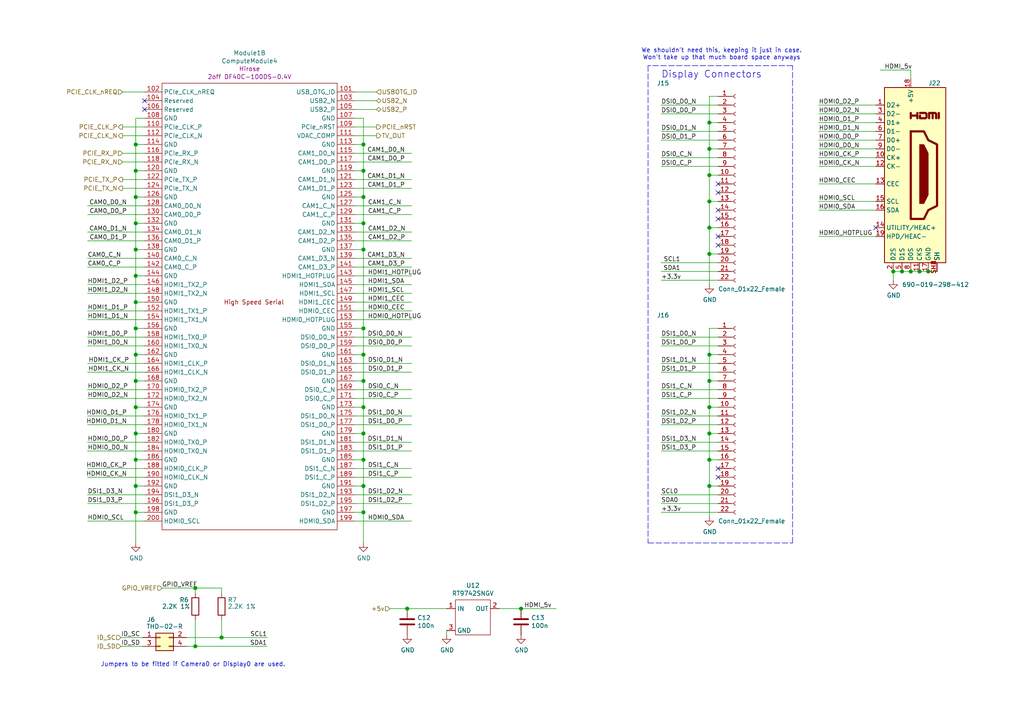
<source format=kicad_sch>
(kicad_sch (version 20231120) (generator "eeschema") (generator_version "8.0")
  (paper "A4")
  (title_block (title "Compute Module 4 IO Board - CM4 - Highspeed") (rev "1") (company "© 2020-2022 Raspberry Pi Ltd (formerly Raspberry Pi (Trading) Ltd.)") (comment 1 "www.raspberrypi.com"))
  (lib_symbols
    (symbol "CM4IO:ComputeModule4-CM4"
      (property "Reference" "Module" (at 113.03 -68.58 0))
      (property "Value" "ComputeModule4-CM4" (at 140.97 2.54 0))
      (property "Field4" "Hirose" (at 0 0 0))
      (property "Field5" "2x DF40C-100DS-0.4V" (at 0 -2.54 0))
      (symbol "ComputeModule4-CM4_1_0"
        (text "GPIO" (at 0 6.35 0) (effects (font (size 1.27 1.27))))
      )
      (symbol "ComputeModule4-CM4_1_1"
        (text "600mA Max" (at -8.89 -53.34 0) (effects (font (size 1.27 1.27))))
        (text "600mA Max" (at -8.89 -48.26 0) (effects (font (size 1.27 1.27))))
        (text "NB SD signals are only available" (at -1.27 -27.94 0) (effects (font (size 1.27 1.27))))
        (text "on modules without eMMC" (at -1.27 -30.48 0) (effects (font (size 1.27 1.27))))
        (pin power_in line (at 27.94 55.88 180) (length 2.54) (name "GND") (number "1"))
        (pin passive line (at -33.02 45.72 0) (length 2.54) (name "Ethernet_Pair0_N") (number "10"))
        (pin output line (at -33.02 -68.58 0) (length 2.54) (name "nEXTRST") (number "100"))
        (pin passive line (at 27.94 43.18 180) (length 2.54) (name "Ethernet_Pair2_P") (number "11"))
        (pin passive line (at -33.02 43.18 0) (length 2.54) (name "Ethernet_Pair0_P") (number "12"))
        (pin power_in line (at 27.94 40.64 180) (length 2.54) (name "GND") (number "13"))
        (pin power_in line (at -33.02 40.64 0) (length 2.54) (name "GND") (number "14"))
        (pin output line (at 27.94 38.1 180) (length 2.54) (name "Ethernet_nLED3(3.3v)") (number "15"))
        (pin input line (at -33.02 38.1 0) (length 2.54) (name "Ethernet_SYNC_IN(1.8v)") (number "16"))
        (pin output line (at 27.94 35.56 180) (length 2.54) (name "Ethernet_nLED2(3.3v)") (number "17"))
        (pin input line (at -33.02 35.56 0) (length 2.54) (name "Ethernet_SYNC_OUT(1.8v)") (number "18"))
        (pin output line (at 27.94 33.02 180) (length 2.54) (name "Ethernet_nLED1(3.3v)") (number "19"))
        (pin power_in line (at -33.02 55.88 0) (length 2.54) (name "GND") (number "2"))
        (pin passive line (at -33.02 33.02 0) (length 2.54) (name "EEPROM_nWP") (number "20"))
        (pin open_collector line (at 27.94 30.48 180) (length 2.54) (name "PI_nLED_Activity") (number "21"))
        (pin power_in line (at -33.02 30.48 0) (length 2.54) (name "GND") (number "22"))
        (pin power_in line (at 27.94 27.94 180) (length 2.54) (name "GND") (number "23"))
        (pin passive line (at -33.02 27.94 0) (length 2.54) (name "GPIO26") (number "24"))
        (pin passive line (at 27.94 25.4 180) (length 2.54) (name "GPIO21") (number "25"))
        (pin passive line (at -33.02 25.4 0) (length 2.54) (name "GPIO19") (number "26"))
        (pin passive line (at 27.94 22.86 180) (length 2.54) (name "GPIO20") (number "27"))
        (pin passive line (at -33.02 22.86 0) (length 2.54) (name "GPIO13") (number "28"))
        (pin passive line (at 27.94 20.32 180) (length 2.54) (name "GPIO16") (number "29"))
        (pin passive line (at 27.94 53.34 180) (length 2.54) (name "Ethernet_Pair3_P") (number "3"))
        (pin passive line (at -33.02 20.32 0) (length 2.54) (name "GPIO6") (number "30"))
        (pin passive line (at 27.94 17.78 180) (length 2.54) (name "GPIO12") (number "31"))
        (pin power_in line (at -33.02 17.78 0) (length 2.54) (name "GND") (number "32"))
        (pin power_in line (at 27.94 15.24 180) (length 2.54) (name "GND") (number "33"))
        (pin passive line (at -33.02 15.24 0) (length 2.54) (name "GPIO5") (number "34"))
        (pin passive line (at 27.94 12.7 180) (length 2.54) (name "ID_SC") (number "35"))
        (pin passive line (at -33.02 12.7 0) (length 2.54) (name "ID_SD") (number "36"))
        (pin passive line (at 27.94 10.16 180) (length 2.54) (name "GPIO7") (number "37"))
        (pin passive line (at -33.02 10.16 0) (length 2.54) (name "GPIO11") (number "38"))
        (pin passive line (at 27.94 7.62 180) (length 2.54) (name "GPIO8") (number "39"))
        (pin passive line (at -33.02 53.34 0) (length 2.54) (name "Ethernet_Pair1_P") (number "4"))
        (pin passive line (at -33.02 7.62 0) (length 2.54) (name "GPIO9") (number "40"))
        (pin passive line (at 27.94 5.08 180) (length 2.54) (name "GPIO25") (number "41"))
        (pin power_in line (at -33.02 5.08 0) (length 2.54) (name "GND") (number "42"))
        (pin power_in line (at 27.94 2.54 180) (length 2.54) (name "GND") (number "43"))
        (pin passive line (at -33.02 2.54 0) (length 2.54) (name "GPIO10") (number "44"))
        (pin passive line (at 27.94 0 180) (length 2.54) (name "GPIO24") (number "45"))
        (pin passive line (at -33.02 0 0) (length 2.54) (name "GPIO22") (number "46"))
        (pin passive line (at 27.94 -2.54 180) (length 2.54) (name "GPIO23") (number "47"))
        (pin passive line (at -33.02 -2.54 0) (length 2.54) (name "GPIO27") (number "48"))
        (pin passive line (at 27.94 -5.08 180) (length 2.54) (name "GPIO18") (number "49"))
        (pin passive line (at 27.94 50.8 180) (length 2.54) (name "Ethernet_Pair3_N") (number "5"))
        (pin passive line (at -33.02 -5.08 0) (length 2.54) (name "GPIO17") (number "50"))
        (pin passive line (at 27.94 -7.62 180) (length 2.54) (name "GPIO15") (number "51"))
        (pin power_in line (at -33.02 -7.62 0) (length 2.54) (name "GND") (number "52"))
        (pin power_in line (at 27.94 -10.16 180) (length 2.54) (name "GND") (number "53"))
        (pin passive line (at -33.02 -10.16 0) (length 2.54) (name "GPIO4") (number "54"))
        (pin passive line (at 27.94 -12.7 180) (length 2.54) (name "GPIO14") (number "55"))
        (pin passive line (at -33.02 -12.7 0) (length 2.54) (name "GPIO3") (number "56"))
        (pin passive line (at 27.94 -15.24 180) (length 2.54) (name "SD_CLK") (number "57"))
        (pin passive line (at -33.02 -15.24 0) (length 2.54) (name "GPIO2") (number "58"))
        (pin power_in line (at 27.94 -17.78 180) (length 2.54) (name "GND") (number "59"))
        (pin passive line (at -33.02 50.8 0) (length 2.54) (name "Ethernet_Pair1_N") (number "6"))
        (pin power_in line (at -33.02 -17.78 0) (length 2.54) (name "GND") (number "60"))
        (pin passive line (at 27.94 -20.32 180) (length 2.54) (name "SD_DAT3") (number "61"))
        (pin passive line (at -33.02 -20.32 0) (length 2.54) (name "SD_CMD") (number "62"))
        (pin passive line (at 27.94 -22.86 180) (length 2.54) (name "SD_DAT0") (number "63"))
        (pin passive line (at -33.02 -22.86 0) (length 2.54) (name "SD_DAT5") (number "64"))
        (pin power_in line (at 27.94 -25.4 180) (length 2.54) (name "GND") (number "65"))
        (pin power_in line (at -33.02 -25.4 0) (length 2.54) (name "GND") (number "66"))
        (pin passive line (at 27.94 -27.94 180) (length 2.54) (name "SD_DAT1") (number "67"))
        (pin passive line (at -33.02 -27.94 0) (length 2.54) (name "SD_DAT4") (number "68"))
        (pin passive line (at 27.94 -30.48 180) (length 2.54) (name "SD_DAT2") (number "69"))
        (pin power_in line (at 27.94 48.26 180) (length 2.54) (name "GND") (number "7"))
        (pin passive line (at -33.02 -30.48 0) (length 2.54) (name "SD_DAT7") (number "70"))
        (pin power_in line (at 27.94 -33.02 180) (length 2.54) (name "GND") (number "71"))
        (pin passive line (at -33.02 -33.02 0) (length 2.54) (name "SD_DAT6") (number "72"))
        (pin input line (at 27.94 -35.56 180) (length 2.54) (name "SD_VDD_Override") (number "73"))
        (pin power_in line (at -33.02 -35.56 0) (length 2.54) (name "GND") (number "74"))
        (pin output line (at 27.94 -38.1 180) (length 2.54) (name "SD_PWR_ON") (number "75"))
        (pin passive line (at -33.02 -38.1 0) (length 2.54) (name "Reserved") (number "76"))
        (pin power_in line (at 27.94 -40.64 180) (length 2.54) (name "+5v_(Input)") (number "77"))
        (pin power_in line (at -33.02 -40.64 0) (length 2.54) (name "GPIO_VREF(1.8v/3.3v_Input)") (number "78"))
        (pin power_in line (at 27.94 -43.18 180) (length 2.54) (name "+5v_(Input)") (number "79"))
        (pin power_in line (at -33.02 48.26 0) (length 2.54) (name "GND") (number "8"))
        (pin passive line (at -33.02 -43.18 0) (length 2.54) (name "SCL0") (number "80"))
        (pin power_in line (at 27.94 -45.72 180) (length 2.54) (name "+5v_(Input)") (number "81"))
        (pin passive line (at -33.02 -45.72 0) (length 2.54) (name "SDA0") (number "82"))
        (pin power_in line (at 27.94 -48.26 180) (length 2.54) (name "+5v_(Input)") (number "83"))
        (pin power_out line (at -33.02 -48.26 0) (length 2.54) (name "+3.3v_(Output)") (number "84"))
        (pin power_in line (at 27.94 -50.8 180) (length 2.54) (name "+5v_(Input)") (number "85"))
        (pin power_out line (at -33.02 -50.8 0) (length 2.54) (name "+3.3v_(Output)") (number "86"))
        (pin power_in line (at 27.94 -53.34 180) (length 2.54) (name "+5v_(Input)") (number "87"))
        (pin power_out line (at -33.02 -53.34 0) (length 2.54) (name "+1.8v_(Output)") (number "88"))
        (pin power_in line (at 27.94 -55.88 180) (length 2.54) (name "WiFi_nDisable") (number "89"))
        (pin passive line (at 27.94 45.72 180) (length 2.54) (name "Ethernet_Pair2_N") (number "9"))
        (pin power_out line (at -33.02 -55.88 0) (length 2.54) (name "+1.8v_(Output)") (number "90"))
        (pin power_in line (at 27.94 -58.42 180) (length 2.54) (name "BT_nDisable") (number "91"))
        (pin passive line (at -33.02 -58.42 0) (length 2.54) (name "RUN_PG") (number "92"))
        (pin input line (at 27.94 -60.96 180) (length 2.54) (name "nRPIBOOT") (number "93"))
        (pin passive line (at -33.02 -60.96 0) (length 2.54) (name "AnalogIP0") (number "94"))
        (pin output line (at 27.94 -63.5 180) (length 2.54) (name "nPI_LED_PWR") (number "95"))
        (pin passive line (at -33.02 -63.5 0) (length 2.54) (name "AnalogIP1") (number "96"))
        (pin passive line (at 27.94 -66.04 180) (length 2.54) (name "Camera_GPIO") (number "97"))
        (pin power_in line (at -33.02 -66.04 0) (length 2.54) (name "GND") (number "98"))
        (pin input line (at 27.94 -68.58 180) (length 2.54) (name "Global_EN") (number "99"))
      )
      (symbol "ComputeModule4-CM4_2_1"
        (text "High Speed Serial" (at 140.97 0 0) (effects (font (size 1.27 1.27))))
        (pin input line (at 170.18 60.96 180) (length 5.08) (name "USB_OTG_ID") (number "101"))
        (pin input line (at 109.22 60.96 0) (length 5.08) (name "PCIe_CLK_nREQ") (number "102"))
        (pin passive line (at 170.18 58.42 180) (length 5.08) (name "USB2_N") (number "103"))
        (pin passive line (at 109.22 58.42 0) (length 5.08) (name "Reserved") (number "104"))
        (pin passive line (at 170.18 55.88 180) (length 5.08) (name "USB2_P") (number "105"))
        (pin passive line (at 109.22 55.88 0) (length 5.08) (name "Reserved") (number "106"))
        (pin power_in line (at 170.18 53.34 180) (length 5.08) (name "GND") (number "107"))
        (pin power_in line (at 109.22 53.34 0) (length 5.08) (name "GND") (number "108"))
        (pin bidirectional line (at 170.18 50.8 180) (length 5.08) (name "PCIe_nRST") (number "109"))
        (pin output line (at 109.22 50.8 0) (length 5.08) (name "PCIe_CLK_P") (number "110"))
        (pin passive line (at 170.18 48.26 180) (length 5.08) (name "VDAC_COMP") (number "111"))
        (pin output line (at 109.22 48.26 0) (length 5.08) (name "PCIe_CLK_N") (number "112"))
        (pin power_in line (at 170.18 45.72 180) (length 5.08) (name "GND") (number "113"))
        (pin power_in line (at 109.22 45.72 0) (length 5.08) (name "GND") (number "114"))
        (pin input line (at 170.18 43.18 180) (length 5.08) (name "CAM1_D0_N") (number "115"))
        (pin input line (at 109.22 43.18 0) (length 5.08) (name "PCIe_RX_P") (number "116"))
        (pin input line (at 170.18 40.64 180) (length 5.08) (name "CAM1_D0_P") (number "117"))
        (pin input line (at 109.22 40.64 0) (length 5.08) (name "PCIe_RX_N") (number "118"))
        (pin power_in line (at 170.18 38.1 180) (length 5.08) (name "GND") (number "119"))
        (pin power_in line (at 109.22 38.1 0) (length 5.08) (name "GND") (number "120"))
        (pin input line (at 170.18 35.56 180) (length 5.08) (name "CAM1_D1_N") (number "121"))
        (pin output line (at 109.22 35.56 0) (length 5.08) (name "PCIe_TX_P") (number "122"))
        (pin input line (at 170.18 33.02 180) (length 5.08) (name "CAM1_D1_P") (number "123"))
        (pin output line (at 109.22 33.02 0) (length 5.08) (name "PCIe_TX_N") (number "124"))
        (pin power_in line (at 170.18 30.48 180) (length 5.08) (name "GND") (number "125"))
        (pin power_in line (at 109.22 30.48 0) (length 5.08) (name "GND") (number "126"))
        (pin input line (at 170.18 27.94 180) (length 5.08) (name "CAM1_C_N") (number "127"))
        (pin input line (at 109.22 27.94 0) (length 5.08) (name "CAM0_D0_N") (number "128"))
        (pin input line (at 170.18 25.4 180) (length 5.08) (name "CAM1_C_P") (number "129"))
        (pin input line (at 109.22 25.4 0) (length 5.08) (name "CAM0_D0_P") (number "130"))
        (pin power_in line (at 170.18 22.86 180) (length 5.08) (name "GND") (number "131"))
        (pin power_in line (at 109.22 22.86 0) (length 5.08) (name "GND") (number "132"))
        (pin input line (at 170.18 20.32 180) (length 5.08) (name "CAM1_D2_N") (number "133"))
        (pin input line (at 109.22 20.32 0) (length 5.08) (name "CAM0_D1_N") (number "134"))
        (pin input line (at 170.18 17.78 180) (length 5.08) (name "CAM1_D2_P") (number "135"))
        (pin input line (at 109.22 17.78 0) (length 5.08) (name "CAM0_D1_P") (number "136"))
        (pin power_in line (at 170.18 15.24 180) (length 5.08) (name "GND") (number "137"))
        (pin power_in line (at 109.22 15.24 0) (length 5.08) (name "GND") (number "138"))
        (pin input line (at 170.18 12.7 180) (length 5.08) (name "CAM1_D3_N") (number "139"))
        (pin input line (at 109.22 12.7 0) (length 5.08) (name "CAM0_C_N") (number "140"))
        (pin input line (at 170.18 10.16 180) (length 5.08) (name "CAM1_D3_P") (number "141"))
        (pin input line (at 109.22 10.16 0) (length 5.08) (name "CAM0_C_P") (number "142"))
        (pin input line (at 170.18 7.62 180) (length 5.08) (name "HDMI1_HOTPLUG") (number "143"))
        (pin power_in line (at 109.22 7.62 0) (length 5.08) (name "GND") (number "144"))
        (pin bidirectional line (at 170.18 5.08 180) (length 5.08) (name "HDMI1_SDA") (number "145"))
        (pin output line (at 109.22 5.08 0) (length 5.08) (name "HDMI1_TX2_P") (number "146"))
        (pin open_collector line (at 170.18 2.54 180) (length 5.08) (name "HDMI1_SCL") (number "147"))
        (pin output line (at 109.22 2.54 0) (length 5.08) (name "HDMI1_TX2_N") (number "148"))
        (pin open_collector line (at 170.18 0 180) (length 5.08) (name "HDMI1_CEC") (number "149"))
        (pin power_in line (at 109.22 0 0) (length 5.08) (name "GND") (number "150"))
        (pin open_collector line (at 170.18 -2.54 180) (length 5.08) (name "HDMI0_CEC") (number "151"))
        (pin output line (at 109.22 -2.54 0) (length 5.08) (name "HDMI1_TX1_P") (number "152"))
        (pin input line (at 170.18 -5.08 180) (length 5.08) (name "HDMI0_HOTPLUG") (number "153"))
        (pin output line (at 109.22 -5.08 0) (length 5.08) (name "HDMI1_TX1_N") (number "154"))
        (pin power_in line (at 170.18 -7.62 180) (length 5.08) (name "GND") (number "155"))
        (pin power_in line (at 109.22 -7.62 0) (length 5.08) (name "GND") (number "156"))
        (pin output line (at 170.18 -10.16 180) (length 5.08) (name "DSI0_D0_N") (number "157"))
        (pin output line (at 109.22 -10.16 0) (length 5.08) (name "HDMI1_TX0_P") (number "158"))
        (pin output line (at 170.18 -12.7 180) (length 5.08) (name "DSI0_D0_P") (number "159"))
        (pin output line (at 109.22 -12.7 0) (length 5.08) (name "HDMI1_TX0_N") (number "160"))
        (pin power_in line (at 170.18 -15.24 180) (length 5.08) (name "GND") (number "161"))
        (pin power_in line (at 109.22 -15.24 0) (length 5.08) (name "GND") (number "162"))
        (pin output line (at 170.18 -17.78 180) (length 5.08) (name "DSI0_D1_N") (number "163"))
        (pin output line (at 109.22 -17.78 0) (length 5.08) (name "HDMI1_CLK_P") (number "164"))
        (pin output line (at 170.18 -20.32 180) (length 5.08) (name "DSI0_D1_P") (number "165"))
        (pin output line (at 109.22 -20.32 0) (length 5.08) (name "HDMI1_CLK_N") (number "166"))
        (pin power_in line (at 170.18 -22.86 180) (length 5.08) (name "GND") (number "167"))
        (pin power_in line (at 109.22 -22.86 0) (length 5.08) (name "GND") (number "168"))
        (pin output line (at 170.18 -25.4 180) (length 5.08) (name "DSI0_C_N") (number "169"))
        (pin output line (at 109.22 -25.4 0) (length 5.08) (name "HDMI0_TX2_P") (number "170"))
        (pin output line (at 170.18 -27.94 180) (length 5.08) (name "DSI0_C_P") (number "171"))
        (pin output line (at 109.22 -27.94 0) (length 5.08) (name "HDMI0_TX2_N") (number "172"))
        (pin power_in line (at 170.18 -30.48 180) (length 5.08) (name "GND") (number "173"))
        (pin power_in line (at 109.22 -30.48 0) (length 5.08) (name "GND") (number "174"))
        (pin output line (at 170.18 -33.02 180) (length 5.08) (name "DSI1_D0_N") (number "175"))
        (pin output line (at 109.22 -33.02 0) (length 5.08) (name "HDMI0_TX1_P") (number "176"))
        (pin output line (at 170.18 -35.56 180) (length 5.08) (name "DSI1_D0_P") (number "177"))
        (pin output line (at 109.22 -35.56 0) (length 5.08) (name "HDMI0_TX1_N") (number "178"))
        (pin power_in line (at 170.18 -38.1 180) (length 5.08) (name "GND") (number "179"))
        (pin power_in line (at 109.22 -38.1 0) (length 5.08) (name "GND") (number "180"))
        (pin output line (at 170.18 -40.64 180) (length 5.08) (name "DSI1_D1_N") (number "181"))
        (pin output line (at 109.22 -40.64 0) (length 5.08) (name "HDMI0_TX0_P") (number "182"))
        (pin output line (at 170.18 -43.18 180) (length 5.08) (name "DSI1_D1_P") (number "183"))
        (pin output line (at 109.22 -43.18 0) (length 5.08) (name "HDMI0_TX0_N") (number "184"))
        (pin power_in line (at 170.18 -45.72 180) (length 5.08) (name "GND") (number "185"))
        (pin power_in line (at 109.22 -45.72 0) (length 5.08) (name "GND") (number "186"))
        (pin output line (at 170.18 -48.26 180) (length 5.08) (name "DSI1_C_N") (number "187"))
        (pin output line (at 109.22 -48.26 0) (length 5.08) (name "HDMI0_CLK_P") (number "188"))
        (pin output line (at 170.18 -50.8 180) (length 5.08) (name "DSI1_C_P") (number "189"))
        (pin output line (at 109.22 -50.8 0) (length 5.08) (name "HDMI0_CLK_N") (number "190"))
        (pin power_in line (at 170.18 -53.34 180) (length 5.08) (name "GND") (number "191"))
        (pin power_in line (at 109.22 -53.34 0) (length 5.08) (name "GND") (number "192"))
        (pin output line (at 170.18 -55.88 180) (length 5.08) (name "DSI1_D2_N") (number "193"))
        (pin output line (at 109.22 -55.88 0) (length 5.08) (name "DSI1_D3_N") (number "194"))
        (pin output line (at 170.18 -58.42 180) (length 5.08) (name "DSI1_D2_P") (number "195"))
        (pin output line (at 109.22 -58.42 0) (length 5.08) (name "DSI1_D3_P") (number "196"))
        (pin power_in line (at 170.18 -60.96 180) (length 5.08) (name "GND") (number "197"))
        (pin power_in line (at 109.22 -60.96 0) (length 5.08) (name "GND") (number "198"))
        (pin bidirectional line (at 170.18 -63.5 180) (length 5.08) (name "HDMI0_SDA") (number "199"))
        (pin open_collector line (at 109.22 -63.5 0) (length 5.08) (name "HDMI0_SCL") (number "200"))
      )
    )
    (symbol "CM4IO:HDMI_A_1.4"
      (property "Reference" "J" (at -6.35 26.67 0))
      (property "Value" "HDMI_A_1.4" (at 10.16 26.67 0))
      (symbol "HDMI_A_1.4_0_0"
        (pin passive line (at 7.62 -27.94 90) (length 2.54) (name "SH") (number "SH2"))
        (pin passive line (at 7.62 -27.94 90) (length 2.54) (name "SH") (number "SH3"))
        (pin passive line (at 7.62 -27.94 90) (length 2.54) (name "SH") (number "SH4"))
      )
      (symbol "HDMI_A_1.4_1_1"
        (pin passive line (at -10.16 20.32 0) (length 2.54) (name "D2+") (number "1"))
        (pin passive line (at -10.16 5.08 0) (length 2.54) (name "CK+") (number "10"))
        (pin power_in line (at 2.54 -27.94 90) (length 2.54) (name "CKS") (number "11"))
        (pin passive line (at -10.16 2.54 0) (length 2.54) (name "CK-") (number "12"))
        (pin bidirectional line (at -10.16 -2.54 0) (length 2.54) (name "CEC") (number "13"))
        (pin passive line (at -10.16 -15.24 0) (length 2.54) (name "UTILITY/HEAC+") (number "14"))
        (pin passive line (at -10.16 -7.62 0) (length 2.54) (name "SCL") (number "15"))
        (pin bidirectional line (at -10.16 -10.16 0) (length 2.54) (name "SDA") (number "16"))
        (pin power_in line (at 5.08 -27.94 90) (length 2.54) (name "GND") (number "17"))
        (pin power_in line (at 0 27.94 270) (length 2.54) (name "+5V") (number "18"))
        (pin passive line (at -10.16 -17.78 0) (length 2.54) (name "HPD/HEAC-") (number "19"))
        (pin power_in line (at -5.08 -27.94 90) (length 2.54) (name "D2S") (number "2"))
        (pin passive line (at -10.16 17.78 0) (length 2.54) (name "D2-") (number "3"))
        (pin passive line (at -10.16 15.24 0) (length 2.54) (name "D1+") (number "4"))
        (pin power_in line (at -2.54 -27.94 90) (length 2.54) (name "D1S") (number "5"))
        (pin passive line (at -10.16 12.7 0) (length 2.54) (name "D1-") (number "6"))
        (pin passive line (at -10.16 10.16 0) (length 2.54) (name "D0+") (number "7"))
        (pin power_in line (at 0 -27.94 90) (length 2.54) (name "D0S") (number "8"))
        (pin passive line (at -10.16 7.62 0) (length 2.54) (name "D0-") (number "9"))
        (pin passive line (at 7.62 -27.94 90) (length 2.54) (name "SH") (number "SH1"))
      )
    )
    (symbol "CM4IO:RT9742SNGV"
      (property "Reference" "U12" (at 2.54 10.541 0))
      (property "Value" "RT9742SNGV" (at 2.54 8.2296 0))
      (symbol "RT9742SNGV_1_1"
        (pin power_in line (at -5.08 3.81 0) (length 2.54) (name "IN") (number "1"))
        (pin output line (at 10.16 3.81 180) (length 2.54) (name "OUT") (number "2"))
        (pin power_in line (at -5.08 -2.54 0) (length 2.54) (name "GND") (number "3"))
      )
    )
    (symbol "Connector:Conn_01x22_Female" (pin_names hide)
      (property "Reference" "J" (at 0 27.94 0))
      (property "Value" "Conn_01x22_Female" (at 0 -30.48 0))
      (symbol "Conn_01x22_Female_1_1"
        (pin passive line (at -5.08 25.4 0) (length 3.81) (name "Pin_1") (number "1"))
        (pin passive line (at -5.08 2.54 0) (length 3.81) (name "Pin_10") (number "10"))
        (pin passive line (at -5.08 0 0) (length 3.81) (name "Pin_11") (number "11"))
        (pin passive line (at -5.08 -2.54 0) (length 3.81) (name "Pin_12") (number "12"))
        (pin passive line (at -5.08 -5.08 0) (length 3.81) (name "Pin_13") (number "13"))
        (pin passive line (at -5.08 -7.62 0) (length 3.81) (name "Pin_14") (number "14"))
        (pin passive line (at -5.08 -10.16 0) (length 3.81) (name "Pin_15") (number "15"))
        (pin passive line (at -5.08 -12.7 0) (length 3.81) (name "Pin_16") (number "16"))
        (pin passive line (at -5.08 -15.24 0) (length 3.81) (name "Pin_17") (number "17"))
        (pin passive line (at -5.08 -17.78 0) (length 3.81) (name "Pin_18") (number "18"))
        (pin passive line (at -5.08 -20.32 0) (length 3.81) (name "Pin_19") (number "19"))
        (pin passive line (at -5.08 22.86 0) (length 3.81) (name "Pin_2") (number "2"))
        (pin passive line (at -5.08 -22.86 0) (length 3.81) (name "Pin_20") (number "20"))
        (pin passive line (at -5.08 -25.4 0) (length 3.81) (name "Pin_21") (number "21"))
        (pin passive line (at -5.08 -27.94 0) (length 3.81) (name "Pin_22") (number "22"))
        (pin passive line (at -5.08 20.32 0) (length 3.81) (name "Pin_3") (number "3"))
        (pin passive line (at -5.08 17.78 0) (length 3.81) (name "Pin_4") (number "4"))
        (pin passive line (at -5.08 15.24 0) (length 3.81) (name "Pin_5") (number "5"))
        (pin passive line (at -5.08 12.7 0) (length 3.81) (name "Pin_6") (number "6"))
        (pin passive line (at -5.08 10.16 0) (length 3.81) (name "Pin_7") (number "7"))
        (pin passive line (at -5.08 7.62 0) (length 3.81) (name "Pin_8") (number "8"))
        (pin passive line (at -5.08 5.08 0) (length 3.81) (name "Pin_9") (number "9"))
      )
    )
    (symbol "Connector_Generic:Conn_02x02_Odd_Even" (pin_names hide)
      (property "Reference" "J" (at 1.27 2.54 0))
      (property "Value" "Conn_02x02_Odd_Even" (at 1.27 -5.08 0))
      (symbol "Conn_02x02_Odd_Even_1_1"
        (pin passive line (at -5.08 0 0) (length 3.81) (name "Pin_1") (number "1"))
        (pin passive line (at 7.62 0 180) (length 3.81) (name "Pin_2") (number "2"))
        (pin passive line (at -5.08 -2.54 0) (length 3.81) (name "Pin_3") (number "3"))
        (pin passive line (at 7.62 -2.54 180) (length 3.81) (name "Pin_4") (number "4"))
      )
    )
    (symbol "Device:C" (pin_numbers hide) (pin_names (offset 0.254))
      (property "Reference" "C" (at 0.635 2.54 0))
      (property "Value" "C" (at 0.635 -2.54 0))
      (symbol "C_1_1"
        (pin passive line (at 0 3.81 270) (length 2.794) (name "~") (number "1"))
        (pin passive line (at 0 -3.81 90) (length 2.794) (name "~") (number "2"))
      )
    )
    (symbol "Device:R" (pin_numbers hide) (pin_names (offset 0))
      (property "Reference" "R" (at 2.032 0 90))
      (property "Value" "R" (at 0 0 90))
      (symbol "R_1_1"
        (pin passive line (at 0 3.81 270) (length 1.27) (name "~") (number "1"))
        (pin passive line (at 0 -3.81 90) (length 1.27) (name "~") (number "2"))
      )
    )
    (symbol "power:GND" (power) (pin_names (offset 0))
      (property "Value" "GND" (at 0 -3.81 0))
      (symbol "GND_1_1"
        (pin power_in line (at 0 0 270) (length 0) hide (name "GND") (number "1"))
      )
    )
  )
  (junction (at 56.642 187.452) (diameter 1.016))
  (junction (at 105.41 110.49) (diameter 1.016))
  (junction (at 105.41 49.53) (diameter 1.016))
  (junction (at 39.37 72.39) (diameter 1.016))
  (junction (at 105.41 140.97) (diameter 1.016))
  (junction (at 205.74 140.97) (diameter 1.016))
  (junction (at 39.37 57.15) (diameter 1.016))
  (junction (at 205.74 118.11) (diameter 1.016))
  (junction (at 39.37 110.49) (diameter 1.016))
  (junction (at 105.41 41.91) (diameter 1.016))
  (junction (at 39.37 49.53) (diameter 1.016))
  (junction (at 105.41 57.15) (diameter 1.016))
  (junction (at 205.74 125.73) (diameter 1.016))
  (junction (at 269.24 78.74) (diameter 1.016))
  (junction (at 259.08 78.74) (diameter 1.016))
  (junction (at 105.41 133.35) (diameter 1.016))
  (junction (at 39.37 140.97) (diameter 1.016))
  (junction (at 205.74 43.18) (diameter 1.016))
  (junction (at 105.41 64.77) (diameter 1.016))
  (junction (at 39.37 87.63) (diameter 1.016))
  (junction (at 264.16 78.74) (diameter 1.016))
  (junction (at 205.74 66.04) (diameter 1.016))
  (junction (at 105.41 148.59) (diameter 1.016))
  (junction (at 205.74 35.56) (diameter 1.016))
  (junction (at 39.37 118.11) (diameter 1.016))
  (junction (at 56.642 170.561) (diameter 1.016))
  (junction (at 205.74 58.42) (diameter 1.016))
  (junction (at 105.41 102.87) (diameter 1.016))
  (junction (at 39.37 148.59) (diameter 1.016))
  (junction (at 105.41 118.11) (diameter 1.016))
  (junction (at 205.74 133.35) (diameter 1.016))
  (junction (at 118.11 176.53) (diameter 1.016))
  (junction (at 39.37 64.77) (diameter 1.016))
  (junction (at 205.74 50.8) (diameter 1.016))
  (junction (at 64.262 184.912) (diameter 1.016))
  (junction (at 39.37 125.73) (diameter 1.016))
  (junction (at 205.74 110.49) (diameter 1.016))
  (junction (at 205.74 73.66) (diameter 1.016))
  (junction (at 39.37 133.35) (diameter 1.016))
  (junction (at 105.41 95.25) (diameter 1.016))
  (junction (at 39.37 41.91) (diameter 1.016))
  (junction (at 105.41 72.39) (diameter 1.016))
  (junction (at 39.37 80.01) (diameter 1.016))
  (junction (at 266.7 78.74) (diameter 1.016))
  (junction (at 39.37 102.87) (diameter 1.016))
  (junction (at 39.37 95.25) (diameter 1.016))
  (junction (at 105.41 125.73) (diameter 1.016))
  (junction (at 205.74 102.87) (diameter 1.016))
  (junction (at 261.62 78.74) (diameter 1.016))
  (junction (at 151.13 176.53) (diameter 1.016))
  (no_connect (at 208.28 55.88))
  (no_connect (at 254 66.04))
  (no_connect (at 208.28 60.96))
  (no_connect (at 208.28 138.43))
  (no_connect (at 208.28 135.89))
  (no_connect (at 41.91 31.75))
  (no_connect (at 208.28 68.58))
  (no_connect (at 41.91 29.21))
  (no_connect (at 208.28 71.12))
  (no_connect (at 208.28 63.5))
  (no_connect (at 208.28 53.34))
  (wire (pts (xy 102.87 41.91) (xy 105.41 41.91)))
  (wire (pts (xy 35.052 184.912) (xy 41.402 184.912)))
  (wire (pts (xy 191.77 113.03) (xy 208.28 113.03)))
  (wire (pts (xy 39.37 80.01) (xy 39.37 87.63)))
  (wire (pts (xy 41.91 62.23) (xy 25.4 62.23)))
  (wire (pts (xy 39.37 41.91) (xy 41.91 41.91)))
  (wire (pts (xy 205.74 35.56) (xy 205.74 43.18)))
  (wire (pts (xy 105.41 41.91) (xy 105.41 34.29)))
  (wire (pts (xy 205.74 125.73) (xy 208.28 125.73)))
  (wire (pts (xy 237.49 38.1) (xy 254 38.1)))
  (wire (pts (xy 102.87 29.21) (xy 109.22 29.21)))
  (wire (pts (xy 25.4 82.55) (xy 41.91 82.55)))
  (wire (pts (xy 102.87 59.69) (xy 119.38 59.69)))
  (wire (pts (xy 41.91 44.45) (xy 35.56 44.45)))
  (wire (pts (xy 102.87 113.03) (xy 119.38 113.03)))
  (wire (pts (xy 119.38 130.81) (xy 102.87 130.81)))
  (wire (pts (xy 102.87 148.59) (xy 105.41 148.59)))
  (wire (pts (xy 237.49 40.64) (xy 254 40.64)))
  (wire (pts (xy 64.262 179.705) (xy 64.262 184.912)))
  (wire (pts (xy 105.41 64.77) (xy 105.41 57.15)))
  (wire (pts (xy 151.13 176.53) (xy 161.29 176.53)))
  (wire (pts (xy 129.54 182.88) (xy 129.54 184.15)))
  (wire (pts (xy 102.87 107.95) (xy 119.38 107.95)))
  (wire (pts (xy 102.87 67.31) (xy 119.38 67.31)))
  (wire (pts (xy 39.37 140.97) (xy 39.37 148.59)))
  (wire (pts (xy 39.37 125.73) (xy 39.37 133.35)))
  (wire (pts (xy 191.77 105.41) (xy 208.28 105.41)))
  (wire (pts (xy 39.37 102.87) (xy 41.91 102.87)))
  (wire (pts (xy 119.38 120.65) (xy 102.87 120.65)))
  (wire (pts (xy 205.74 102.87) (xy 205.74 110.49)))
  (wire (pts (xy 208.28 146.05) (xy 191.77 146.05)))
  (wire (pts (xy 119.38 52.07) (xy 102.87 52.07)))
  (wire (pts (xy 102.87 90.17) (xy 119.38 90.17)))
  (wire (pts (xy 237.49 68.58) (xy 254 68.58)))
  (wire (pts (xy 191.77 38.1) (xy 208.28 38.1)))
  (wire (pts (xy 35.56 54.61) (xy 41.91 54.61)))
  (wire (pts (xy 35.052 187.452) (xy 41.402 187.452)))
  (wire (pts (xy 105.41 72.39) (xy 105.41 95.25)))
  (wire (pts (xy 191.77 128.27) (xy 208.28 128.27)))
  (wire (pts (xy 39.37 148.59) (xy 39.37 157.48)))
  (wire (pts (xy 119.38 54.61) (xy 102.87 54.61)))
  (wire (pts (xy 237.49 43.18) (xy 254 43.18)))
  (wire (pts (xy 39.37 110.49) (xy 41.91 110.49)))
  (wire (pts (xy 25.4 74.93) (xy 41.91 74.93)))
  (wire (pts (xy 39.37 57.15) (xy 41.91 57.15)))
  (wire (pts (xy 39.37 87.63) (xy 41.91 87.63)))
  (polyline (pts (xy 229.87 157.48) (xy 229.87 19.05)) (stroke (width 0) (type dash)))
  (wire (pts (xy 39.37 110.49) (xy 39.37 118.11)))
  (wire (pts (xy 41.91 148.59) (xy 39.37 148.59)))
  (wire (pts (xy 102.87 102.87) (xy 105.41 102.87)))
  (wire (pts (xy 41.91 138.43) (xy 25.4 138.43)))
  (wire (pts (xy 35.56 52.07) (xy 41.91 52.07)))
  (wire (pts (xy 237.49 58.42) (xy 254 58.42)))
  (wire (pts (xy 105.41 110.49) (xy 105.41 118.11)))
  (polyline (pts (xy 187.96 157.48) (xy 229.87 157.48)) (stroke (width 0) (type dash)))
  (wire (pts (xy 105.41 57.15) (xy 105.41 49.53)))
  (wire (pts (xy 237.49 45.72) (xy 254 45.72)))
  (wire (pts (xy 25.4 130.81) (xy 41.91 130.81)))
  (wire (pts (xy 191.77 120.65) (xy 208.28 120.65)))
  (wire (pts (xy 237.49 60.96) (xy 254 60.96)))
  (wire (pts (xy 41.91 120.65) (xy 25.4 120.65)))
  (wire (pts (xy 259.08 78.74) (xy 261.62 78.74)))
  (wire (pts (xy 39.37 133.35) (xy 39.37 140.97)))
  (wire (pts (xy 56.642 170.561) (xy 64.262 170.561)))
  (wire (pts (xy 105.41 49.53) (xy 105.41 41.91)))
  (wire (pts (xy 237.49 30.48) (xy 254 30.48)))
  (wire (pts (xy 41.91 135.89) (xy 25.4 135.89)))
  (wire (pts (xy 41.91 123.19) (xy 25.4 123.19)))
  (wire (pts (xy 205.74 118.11) (xy 205.74 125.73)))
  (wire (pts (xy 41.91 69.85) (xy 25.4 69.85)))
  (wire (pts (xy 39.37 95.25) (xy 39.37 102.87)))
  (wire (pts (xy 102.87 143.51) (xy 119.38 143.51)))
  (wire (pts (xy 102.87 133.35) (xy 105.41 133.35)))
  (wire (pts (xy 205.74 58.42) (xy 205.74 66.04)))
  (wire (pts (xy 25.4 92.71) (xy 41.91 92.71)))
  (wire (pts (xy 56.642 187.452) (xy 77.47 187.452)))
  (wire (pts (xy 56.642 170.561) (xy 56.642 172.085)))
  (wire (pts (xy 35.56 36.83) (xy 41.91 36.83)))
  (polyline (pts (xy 229.87 19.05) (xy 187.96 19.05)) (stroke (width 0) (type dash)))
  (wire (pts (xy 237.49 48.26) (xy 254 48.26)))
  (wire (pts (xy 266.7 78.74) (xy 269.24 78.74)))
  (wire (pts (xy 259.08 78.74) (xy 259.08 81.28)))
  (wire (pts (xy 205.74 66.04) (xy 205.74 73.66)))
  (wire (pts (xy 39.37 49.53) (xy 39.37 57.15)))
  (wire (pts (xy 102.87 118.11) (xy 105.41 118.11)))
  (wire (pts (xy 102.87 80.01) (xy 119.38 80.01)))
  (wire (pts (xy 102.87 85.09) (xy 119.38 85.09)))
  (wire (pts (xy 205.74 27.94) (xy 205.74 35.56)))
  (wire (pts (xy 39.37 125.73) (xy 41.91 125.73)))
  (wire (pts (xy 255.27 20.32) (xy 264.16 20.32)))
  (wire (pts (xy 191.77 33.02) (xy 208.28 33.02)))
  (wire (pts (xy 208.28 76.2) (xy 191.77 76.2)))
  (wire (pts (xy 205.74 133.35) (xy 208.28 133.35)))
  (wire (pts (xy 119.38 44.45) (xy 102.87 44.45)))
  (wire (pts (xy 208.28 143.51) (xy 191.77 143.51)))
  (wire (pts (xy 205.74 35.56) (xy 208.28 35.56)))
  (wire (pts (xy 144.78 176.53) (xy 151.13 176.53)))
  (wire (pts (xy 208.28 27.94) (xy 205.74 27.94)))
  (wire (pts (xy 39.37 118.11) (xy 41.91 118.11)))
  (wire (pts (xy 102.87 57.15) (xy 105.41 57.15)))
  (wire (pts (xy 41.91 67.31) (xy 25.4 67.31)))
  (wire (pts (xy 119.38 100.33) (xy 102.87 100.33)))
  (wire (pts (xy 102.87 95.25) (xy 105.41 95.25)))
  (wire (pts (xy 237.49 33.02) (xy 254 33.02)))
  (wire (pts (xy 102.87 62.23) (xy 119.38 62.23)))
  (wire (pts (xy 39.37 95.25) (xy 41.91 95.25)))
  (wire (pts (xy 205.74 125.73) (xy 205.74 133.35)))
  (wire (pts (xy 25.4 97.79) (xy 41.91 97.79)))
  (wire (pts (xy 205.74 43.18) (xy 205.74 50.8)))
  (wire (pts (xy 64.262 170.561) (xy 64.262 172.085)))
  (polyline (pts (xy 187.96 19.05) (xy 187.96 157.48)) (stroke (width 0) (type dash)))
  (wire (pts (xy 205.74 140.97) (xy 208.28 140.97)))
  (wire (pts (xy 208.28 95.25) (xy 205.74 95.25)))
  (wire (pts (xy 39.37 64.77) (xy 39.37 72.39)))
  (wire (pts (xy 205.74 58.42) (xy 208.28 58.42)))
  (wire (pts (xy 102.87 110.49) (xy 105.41 110.49)))
  (wire (pts (xy 118.11 176.53) (xy 129.54 176.53)))
  (wire (pts (xy 205.74 118.11) (xy 208.28 118.11)))
  (wire (pts (xy 105.41 34.29) (xy 102.87 34.29)))
  (wire (pts (xy 25.4 100.33) (xy 41.91 100.33)))
  (wire (pts (xy 205.74 102.87) (xy 208.28 102.87)))
  (wire (pts (xy 105.41 148.59) (xy 105.41 157.48)))
  (wire (pts (xy 208.28 148.59) (xy 191.77 148.59)))
  (wire (pts (xy 105.41 102.87) (xy 105.41 110.49)))
  (wire (pts (xy 191.77 45.72) (xy 208.28 45.72)))
  (wire (pts (xy 25.4 128.27) (xy 41.91 128.27)))
  (wire (pts (xy 39.37 118.11) (xy 39.37 125.73)))
  (wire (pts (xy 41.91 59.69) (xy 25.4 59.69)))
  (wire (pts (xy 25.4 113.03) (xy 41.91 113.03)))
  (wire (pts (xy 35.56 26.67) (xy 41.91 26.67)))
  (wire (pts (xy 102.87 138.43) (xy 119.38 138.43)))
  (wire (pts (xy 191.77 123.19) (xy 208.28 123.19)))
  (wire (pts (xy 25.4 151.13) (xy 41.91 151.13)))
  (wire (pts (xy 102.87 69.85) (xy 119.38 69.85)))
  (wire (pts (xy 39.37 57.15) (xy 39.37 64.77)))
  (wire (pts (xy 105.41 133.35) (xy 105.41 140.97)))
  (wire (pts (xy 39.37 41.91) (xy 39.37 49.53)))
  (wire (pts (xy 105.41 125.73) (xy 105.41 133.35)))
  (wire (pts (xy 102.87 125.73) (xy 105.41 125.73)))
  (wire (pts (xy 119.38 77.47) (xy 102.87 77.47)))
  (wire (pts (xy 205.74 66.04) (xy 208.28 66.04)))
  (wire (pts (xy 41.91 34.29) (xy 39.37 34.29)))
  (wire (pts (xy 264.16 20.32) (xy 264.16 22.86)))
  (wire (pts (xy 102.87 87.63) (xy 119.38 87.63)))
  (wire (pts (xy 39.37 87.63) (xy 39.37 95.25)))
  (wire (pts (xy 102.87 64.77) (xy 105.41 64.77)))
  (wire (pts (xy 54.102 184.912) (xy 64.262 184.912)))
  (wire (pts (xy 191.77 130.81) (xy 208.28 130.81)))
  (wire (pts (xy 39.37 72.39) (xy 39.37 80.01)))
  (wire (pts (xy 56.642 179.705) (xy 56.642 187.452)))
  (wire (pts (xy 119.38 74.93) (xy 102.87 74.93)))
  (wire (pts (xy 102.87 140.97) (xy 105.41 140.97)))
  (wire (pts (xy 102.87 31.75) (xy 109.22 31.75)))
  (wire (pts (xy 102.87 105.41) (xy 119.38 105.41)))
  (wire (pts (xy 205.74 95.25) (xy 205.74 102.87)))
  (wire (pts (xy 102.87 146.05) (xy 119.38 146.05)))
  (wire (pts (xy 41.91 107.95) (xy 25.4 107.95)))
  (wire (pts (xy 237.49 53.34) (xy 254 53.34)))
  (wire (pts (xy 39.37 102.87) (xy 39.37 110.49)))
  (wire (pts (xy 46.99 170.561) (xy 56.642 170.561)))
  (wire (pts (xy 41.91 140.97) (xy 39.37 140.97)))
  (wire (pts (xy 102.87 135.89) (xy 119.38 135.89)))
  (wire (pts (xy 102.87 92.71) (xy 119.38 92.71)))
  (wire (pts (xy 54.102 187.452) (xy 56.642 187.452)))
  (wire (pts (xy 41.91 46.99) (xy 35.56 46.99)))
  (wire (pts (xy 64.262 184.912) (xy 77.597 184.912)))
  (wire (pts (xy 39.37 72.39) (xy 41.91 72.39)))
  (wire (pts (xy 191.77 100.33) (xy 208.28 100.33)))
  (wire (pts (xy 25.4 115.57) (xy 41.91 115.57)))
  (wire (pts (xy 25.4 77.47) (xy 41.91 77.47)))
  (wire (pts (xy 102.87 72.39) (xy 105.41 72.39)))
  (wire (pts (xy 191.77 107.95) (xy 208.28 107.95)))
  (wire (pts (xy 113.03 176.53) (xy 118.11 176.53)))
  (wire (pts (xy 119.38 123.19) (xy 102.87 123.19)))
  (wire (pts (xy 205.74 43.18) (xy 208.28 43.18)))
  (wire (pts (xy 119.38 46.99) (xy 102.87 46.99)))
  (wire (pts (xy 208.28 78.74) (xy 191.77 78.74)))
  (wire (pts (xy 205.74 50.8) (xy 205.74 58.42)))
  (wire (pts (xy 237.49 35.56) (xy 254 35.56)))
  (wire (pts (xy 105.41 118.11) (xy 105.41 125.73)))
  (wire (pts (xy 119.38 97.79) (xy 102.87 97.79)))
  (wire (pts (xy 205.74 110.49) (xy 205.74 118.11)))
  (wire (pts (xy 205.74 133.35) (xy 205.74 140.97)))
  (wire (pts (xy 119.38 128.27) (xy 102.87 128.27)))
  (wire (pts (xy 205.74 73.66) (xy 208.28 73.66)))
  (wire (pts (xy 102.87 36.83) (xy 109.22 36.83)))
  (wire (pts (xy 25.4 146.05) (xy 41.91 146.05)))
  (wire (pts (xy 191.77 40.64) (xy 208.28 40.64)))
  (wire (pts (xy 205.74 50.8) (xy 208.28 50.8)))
  (wire (pts (xy 105.41 140.97) (xy 105.41 148.59)))
  (wire (pts (xy 205.74 140.97) (xy 205.74 149.86)))
  (wire (pts (xy 205.74 110.49) (xy 208.28 110.49)))
  (wire (pts (xy 191.77 97.79) (xy 208.28 97.79)))
  (wire (pts (xy 105.41 95.25) (xy 105.41 102.87)))
  (wire (pts (xy 191.77 30.48) (xy 208.28 30.48)))
  (wire (pts (xy 269.24 78.74) (xy 271.78 78.74)))
  (wire (pts (xy 25.4 90.17) (xy 41.91 90.17)))
  (wire (pts (xy 39.37 64.77) (xy 41.91 64.77)))
  (wire (pts (xy 191.77 115.57) (xy 208.28 115.57)))
  (wire (pts (xy 25.4 85.09) (xy 41.91 85.09)))
  (wire (pts (xy 39.37 133.35) (xy 41.91 133.35)))
  (wire (pts (xy 191.77 48.26) (xy 208.28 48.26)))
  (wire (pts (xy 105.41 72.39) (xy 105.41 64.77)))
  (wire (pts (xy 205.74 73.66) (xy 205.74 82.55)))
  (wire (pts (xy 102.87 115.57) (xy 119.38 115.57)))
  (wire (pts (xy 39.37 34.29) (xy 39.37 41.91)))
  (wire (pts (xy 35.56 39.37) (xy 41.91 39.37)))
  (wire (pts (xy 41.91 105.41) (xy 25.4 105.41)))
  (wire (pts (xy 208.28 81.28) (xy 191.77 81.28)))
  (wire (pts (xy 39.37 80.01) (xy 41.91 80.01)))
  (wire (pts (xy 39.37 49.53) (xy 41.91 49.53)))
  (wire (pts (xy 261.62 78.74) (xy 264.16 78.74)))
  (wire (pts (xy 102.87 151.13) (xy 119.38 151.13)))
  (wire (pts (xy 109.22 26.67) (xy 102.87 26.67)))
  (wire (pts (xy 25.4 143.51) (xy 41.91 143.51)))
  (wire (pts (xy 102.87 49.53) (xy 105.41 49.53)))
  (wire (pts (xy 102.87 39.37) (xy 109.22 39.37)))
  (wire (pts (xy 264.16 78.74) (xy 266.7 78.74)))
  (wire (pts (xy 102.87 82.55) (xy 119.38 82.55)))
  (text "Jumpers to be fitted if Camera0 or Display0 are used.\n" (at 82.804 193.548 0) (effects (font (size 1.27 1.27)) (justify right bottom)))
  (text "We shouldn't need this, keeping it just in case.\nWon't take up that much board space anyways" (at 209.296 15.748 0) (effects (font (size 1.27 1.27))))
  (text "Display Connectors" (at 191.77 22.86 0) (effects (font (size 2.0066 2.0066)) (justify left bottom)))
  (label "HDMI0_CK_P" (at 36.83 135.89 180))
  (label "HDMI1_HOTPLUG" (at 106.68 80.01 0))
  (label "HDMI0_D2_N" (at 237.49 33.02 0))
  (label "DSI0_C_P" (at 106.68 115.57 0))
  (label "SCL1" (at 77.47 184.912 180))
  (label "DSI1_C_P" (at 191.77 115.57 0))
  (label "HDMI0_D2_N" (at 25.4 115.57 0))
  (label "HDMI0_D0_P" (at 237.49 40.64 0))
  (label "DSI1_D0_N" (at 116.84 120.65 180))
  (label "HDMI0_SDA" (at 106.68 151.13 0))
  (label "CAM0_D0_P" (at 36.83 62.23 180))
  (label "DSI1_C_N" (at 191.77 113.03 0))
  (label "HDMI0_D0_N" (at 237.49 43.18 0))
  (label "HDMI0_SCL" (at 237.49 58.42 0))
  (label "GPIO_VREF" (at 46.99 170.561 0))
  (label "HDMI0_HOTPLUG" (at 106.68 92.71 0))
  (label "DSI1_D1_N" (at 116.84 128.27 180))
  (label "CAM0_C_P" (at 25.4 77.47 0))
  (label "DSI0_D0_P" (at 191.77 33.02 0))
  (label "CAM0_D1_P" (at 36.83 69.85 180))
  (label "HDMI0_CK_N" (at 36.83 138.43 180))
  (label "CAM1_D3_N" (at 117.475 74.93 180))
  (label "CAM0_D0_N" (at 36.83 59.69 180))
  (label "DSI1_D0_P" (at 116.84 123.19 180))
  (label "DSI1_D2_P" (at 191.77 123.19 0))
  (label "HDMI_5v" (at 256.54 20.32 0))
  (label "HDMI0_CK_N" (at 237.49 48.26 0))
  (label "+3.3v" (at 191.77 81.28 0))
  (label "HDMI0_SCL" (at 25.4 151.13 0))
  (label "CAM1_D0_N" (at 117.475 44.45 180))
  (label "HDMI1_D0_N" (at 25.4 100.33 0))
  (label "CAM1_D2_P" (at 106.68 69.85 0))
  (label "DSI1_C_P" (at 106.68 138.43 0))
  (label "HDMI0_HOTPLUG" (at 237.49 68.58 0))
  (label "HDMI0_D1_P" (at 36.83 120.65 180))
  (label "CAM1_C_P" (at 106.68 62.23 0))
  (label "SDA1" (at 197.358 78.74 180))
  (label "DSI0_C_N" (at 106.68 113.03 0))
  (label "DSI1_D1_P" (at 116.84 130.81 180))
  (label "DSI0_D1_N" (at 191.77 38.1 0))
  (label "CAM1_D0_P" (at 117.475 46.99 180))
  (label "DSI1_D0_P" (at 191.77 100.33 0))
  (label "HDMI0_D0_N" (at 25.4 130.81 0))
  (label "HDMI0_D0_P" (at 25.4 128.27 0))
  (label "CAM1_D3_P" (at 117.475 77.47 180))
  (label "HDMI0_D1_N" (at 36.83 123.19 180))
  (label "SCL0" (at 191.77 143.51 0))
  (label "DSI0_D0_N" (at 191.77 30.48 0))
  (label "CAM1_D1_N" (at 117.475 52.07 180))
  (label "DSI0_D1_P" (at 191.77 40.64 0))
  (label "DSI0_D0_N" (at 116.84 97.79 180))
  (label "DSI1_D3_P" (at 25.4 146.05 0))
  (label "DSI1_D1_P" (at 191.77 107.95 0))
  (label "DSI1_D1_N" (at 191.77 105.41 0))
  (label "DSI1_D0_N" (at 191.77 97.79 0))
  (label "HDMI1_D0_P" (at 25.4 97.79 0))
  (label "HDMI0_CK_P" (at 237.49 45.72 0))
  (label "DSI0_D1_N" (at 106.68 105.41 0))
  (label "+3.3v" (at 191.77 148.59 0))
  (label "SDA0" (at 191.77 146.05 0))
  (label "SDA1" (at 77.47 187.452 180))
  (label "HDMI1_D1_N" (at 25.4 92.71 0))
  (label "HDMI_5v" (at 160.02 176.53 180))
  (label "HDMI1_CK_P" (at 37.465 105.41 180))
  (label "CAM1_D1_P" (at 117.475 54.61 180))
  (label "HDMI1_SDA" (at 106.68 82.55 0))
  (label "DSI0_D1_P" (at 106.68 107.95 0))
  (label "DSI0_C_N" (at 191.77 45.72 0))
  (label "HDMI1_D2_N" (at 25.4 85.09 0))
  (label "HDMI0_CEC" (at 106.68 90.17 0))
  (label "HDMI0_D2_P" (at 25.4 113.03 0))
  (label "DSI0_C_P" (at 191.77 48.26 0))
  (label "HDMI0_SDA" (at 237.49 60.96 0))
  (label "DSI1_D3_N" (at 25.4 143.51 0))
  (label "DSI1_D2_N" (at 191.77 120.65 0))
  (label "ID_SC" (at 40.64 184.912 180))
  (label "SCL1" (at 197.358 76.2 180))
  (label "CAM1_C_N" (at 106.68 59.69 0))
  (label "CAM0_C_N" (at 25.4 74.93 0))
  (label "HDMI1_SCL" (at 106.68 85.09 0))
  (label "HDMI0_D2_P" (at 237.49 30.48 0))
  (label "DSI1_D3_P" (at 191.77 130.81 0))
  (label "HDMI1_D2_P" (at 25.4 82.55 0))
  (label "DSI1_D2_P" (at 106.68 146.05 0))
  (label "ID_SD" (at 40.64 187.452 180))
  (label "HDMI0_D1_P" (at 237.49 35.56 0))
  (label "HDMI0_CEC" (at 237.49 53.34 0))
  (label "HDMI1_D1_P" (at 25.4 90.17 0))
  (label "DSI0_D0_P" (at 116.84 100.33 180))
  (label "HDMI0_D1_N" (at 237.49 38.1 0))
  (label "DSI1_D2_N" (at 106.68 143.51 0))
  (label "HDMI1_CK_N" (at 37.465 107.95 180))
  (label "DSI1_D3_N" (at 191.77 128.27 0))
  (label "CAM1_D2_N" (at 106.68 67.31 0))
  (label "HDMI1_CEC" (at 106.68 87.63 0))
  (label "DSI1_C_N" (at 106.68 135.89 0))
  (label "CAM0_D1_N" (at 36.83 67.31 180))
  (hierarchical_label "PCIE_RX_P" (shape input) (at 35.56 44.45 180))
  (hierarchical_label "TV_OUT" (shape output) (at 109.22 39.37 0))
  (hierarchical_label "PCIE_CLK_N" (shape output) (at 35.56 39.37 180))
  (hierarchical_label "PCIE_nRST" (shape output) (at 109.22 36.83 0))
  (hierarchical_label "ID_SC" (shape input) (at 35.052 184.912 180))
  (hierarchical_label "PCIE_RX_N" (shape input) (at 35.56 46.99 180))
  (hierarchical_label "ID_SD" (shape input) (at 35.052 187.452 180))
  (hierarchical_label "PCIE_CLK_nREQ" (shape input) (at 35.56 26.67 180))
  (hierarchical_label "GPIO_VREF" (shape input) (at 46.99 170.561 180))
  (hierarchical_label "USBOTG_ID" (shape input) (at 109.22 26.67 0))
  (hierarchical_label "USB2_P" (shape bidirectional) (at 109.22 31.75 0))
  (hierarchical_label "PCIE_TX_N" (shape output) (at 35.56 54.61 180))
  (hierarchical_label "+5v" (shape input) (at 113.03 176.53 180))
  (hierarchical_label "PCIE_TX_P" (shape output) (at 35.56 52.07 180))
  (hierarchical_label "USB2_N" (shape bidirectional) (at 109.22 29.21 0))
  (hierarchical_label "PCIE_CLK_P" (shape output) (at 35.56 36.83 180))
  (symbol (lib_id "power:GND") (at 259.08 81.28 0) (unit 1)
    (property "Reference" "#PWR0128" (effects (hide yes)))
    (property "Value" "GND" (at 259.207 85.6742 0))
  )
  (symbol (lib_id "power:GND") (at 105.41 157.48 0) (unit 1)
    (property "Reference" "#PWR0130" (effects (hide yes)))
    (property "Value" "GND" (at 105.537 161.8742 0))
  )
  (symbol (lib_id "power:GND") (at 39.37 157.48 0) (unit 1)
    (property "Reference" "#PWR0131" (effects (hide yes)))
    (property "Value" "GND" (at 39.497 161.8742 0))
  )
  (symbol (lib_id "power:GND") (at 205.74 82.55 0) (unit 1)
    (property "Reference" "#PWR0133" (effects (hide yes)))
    (property "Value" "GND" (at 205.867 86.9442 0))
  )
  (symbol (lib_id "power:GND") (at 205.74 149.86 0) (unit 1)
    (property "Reference" "#PWR0135" (effects (hide yes)))
    (property "Value" "GND" (at 205.867 154.2542 0))
  )
  (symbol (lib_id "Device:R") (at 56.642 175.895 0) (unit 1)
    (property "Reference" "R6" (at 52.07 173.99 0) (effects (justify left)))
    (property "Value" "2.2K 1%" (at 46.99 175.895 0) (effects (justify left)))
    (property "Footprint" "Resistor_SMD:R_0402_1005Metric" (effects (hide yes)))
    (property "Datasheet" "https://fscdn.rohm.com/en/products/databook/datasheet/passive/resistor/chip_resistor/mcr-e.pdf" (effects (hide yes)))
    (property "Field4" "Farnell" (effects (hide yes)))
    (property "Field5" "9239278" (effects (hide yes)))
    (property "Field7" "KOA EUROPE GMBH" (effects (hide yes)))
    (property "Field6" "RK73G1ETQTP2201D         " (effects (hide yes)))
    (property "Part Description" "Resistor 2.2K M1005 1% 63mW" (effects (hide yes)))
    (property "Field8" "120889581" (effects (hide yes)))
  )
  (symbol (lib_id "Device:R") (at 64.262 175.895 0) (unit 1)
    (property "Reference" "R7" (at 66.04 173.99 0) (effects (justify left)))
    (property "Value" "2.2K 1%" (at 66.04 175.895 0) (effects (justify left)))
    (property "Footprint" "Resistor_SMD:R_0402_1005Metric" (effects (hide yes)))
    (property "Datasheet" "https://fscdn.rohm.com/en/products/databook/datasheet/passive/resistor/chip_resistor/mcr-e.pdf" (effects (hide yes)))
    (property "Field4" "Farnell" (effects (hide yes)))
    (property "Field5" "9239278" (effects (hide yes)))
    (property "Field7" "KOA EUROPE GMBH" (effects (hide yes)))
    (property "Field6" "RK73G1ETQTP2201D         " (effects (hide yes)))
    (property "Part Description" "Resistor 2.2K M1005 1% 63mW" (effects (hide yes)))
    (property "Field8" "120889581" (effects (hide yes)))
  )
  (symbol (lib_id "Connector:Conn_01x22_Female") (at 213.36 53.34 0) (unit 1)
    (property "Reference" "J15" (at 190.5 24.13 0) (effects (justify left)))
    (property "Value" "Conn_01x22_Female" (at 208.28 83.82 0) (effects (justify left)))
    (property "Footprint" "CM4IO:Hirose_FH12-22S-0.5SH_1x22-1MP_P0.50mm_Horizontal" (effects (hide yes)))
    (property "Datasheet" "https://www.hirose.com/product/document?clcode=&productname=&series=FH12&documenttype=Catalog&lang=en&documentid=D31648_en" (effects (hide yes)))
    (property "Field4" "Mouser" (effects (hide yes)))
    (property "Field5" "798-FH12-22S-0.5SH55" (effects (hide yes)))
    (property "Field6" "FH12-22S-0.5SH55" (effects (hide yes)))
    (property "Field7" "Hirose" (effects (hide yes)))
    (property "Part Description" "22 Position FFC, FPC Connector Contacts, Bottom 0.020\" (0.50mm) Surface Mount, Right Angle" (effects (hide yes)))
  )
  (symbol (lib_id "Connector:Conn_01x22_Female") (at 213.36 120.65 0) (unit 1)
    (property "Reference" "J16" (at 190.5 91.44 0) (effects (justify left)))
    (property "Value" "Conn_01x22_Female" (at 208.28 151.13 0) (effects (justify left)))
    (property "Footprint" "CM4IO:Hirose_FH12-22S-0.5SH_1x22-1MP_P0.50mm_Horizontal" (effects (hide yes)))
    (property "Datasheet" "https://www.hirose.com/product/document?clcode=&productname=&series=FH12&documenttype=Catalog&lang=en&documentid=D31648_en" (effects (hide yes)))
    (property "Field4" "Mouser" (effects (hide yes)))
    (property "Field5" "798-FH12-22S-0.5SH55" (effects (hide yes)))
    (property "Field6" "FH12-22S-0.5SH55" (effects (hide yes)))
    (property "Field7" "Hirose" (effects (hide yes)))
    (property "Part Description" "22 Position FFC, FPC Connector Contacts, Bottom 0.020\" (0.50mm) Surface Mount, Right Angle" (effects (hide yes)))
  )
  (symbol (lib_id "CM4IO:HDMI_A_1.4") (at 264.16 50.8 0) (unit 1)
    (property "Reference" "J22" (at 269.24 24.13 0) (effects (justify left)))
    (property "Value" "690-019-298-412" (at 261.62 82.55 0) (effects (justify left)))
    (property "Footprint" "CM4IO:EDAC 690-019-298-412" (effects (hide yes)))
    (property "Datasheet" "https://www.tme.eu/Document/f15dffbcfad8545e17826f72d36911c8/206A-SEAN-R03.pdf" (effects (hide yes)))
    (property "Field4" "Farnell" (effects (hide yes)))
    (property "Field5" "2614936" (effects (hide yes)))
    (property "Field6" "690-019-298-412" (effects (hide yes)))
    (property "Field7" "EDAC" (effects (hide yes)))
    (property "Part Description" "HDMI Connector, Right Angle, 19 Contacts, Receptacle, Surface Mount, Surface Mount Right Angle" (effects (hide yes)))
    (property "Field8" "UCON00802" (effects (hide yes)))
  )
  (symbol (lib_id "Device:C") (at 151.13 180.34 0) (unit 1)
    (property "Reference" "C13" (at 154.051 179.1716 0) (effects (justify left)))
    (property "Value" "100n" (at 154.051 181.483 0) (effects (justify left)))
    (property "Footprint" "Capacitor_SMD:C_0402_1005Metric" (effects (hide yes)))
    (property "Datasheet" "https://search.murata.co.jp/Ceramy/image/img/A01X/G101/ENG/GRM155R71C104KA88-01.pdf" (effects (hide yes)))
    (property "Field4" "Farnell" (effects (hide yes)))
    (property "Field5" "2611911" (effects (hide yes)))
    (property "Field6" "RM EMK105 B7104KV-F" (effects (hide yes)))
    (property "Field7" "TAIYO YUDEN EUROPE GMBH" (effects (hide yes)))
    (property "Part Description" "	0.1uF 10% 16V Ceramic Capacitor X7R 0402 (1005 Metric)" (effects (hide yes)))
    (property "Field8" "110091611" (effects (hide yes)))
  )
  (symbol (lib_id "Device:C") (at 118.11 180.34 0) (unit 1)
    (property "Reference" "C12" (at 121.031 179.1716 0) (effects (justify left)))
    (property "Value" "100n" (at 121.031 181.483 0) (effects (justify left)))
    (property "Footprint" "Capacitor_SMD:C_0402_1005Metric" (effects (hide yes)))
    (property "Datasheet" "https://search.murata.co.jp/Ceramy/image/img/A01X/G101/ENG/GRM155R71C104KA88-01.pdf" (effects (hide yes)))
    (property "Field4" "Farnell" (effects (hide yes)))
    (property "Field5" "2611911" (effects (hide yes)))
    (property "Field6" "RM EMK105 B7104KV-F" (effects (hide yes)))
    (property "Field7" "TAIYO YUDEN EUROPE GMBH" (effects (hide yes)))
    (property "Part Description" "	0.1uF 10% 16V Ceramic Capacitor X7R 0402 (1005 Metric)" (effects (hide yes)))
    (property "Field8" "110091611" (effects (hide yes)))
  )
  (symbol (lib_id "CM4IO:RT9742SNGV") (at 134.62 180.34 0) (unit 1)
    (property "Reference" "U12" (at 137.16 169.799 0))
    (property "Value" "RT9742SNGV" (at 137.16 172.1104 0))
    (property "Footprint" "Package_TO_SOT_SMD:SOT-23" (effects (hide yes)))
    (property "Datasheet" "https://www.richtek.com/assets/product_file/RT9742/DS9742-09.pdf" (effects (hide yes)))
    (property "Field4" "Farnell" (effects (hide yes)))
    (property "Field5" "2575555" (effects (hide yes)))
    (property "Field6" "RT9742SNGV" (effects (hide yes)))
    (property "Field7" "RichTek" (effects (hide yes)))
    (property "Part Description" "Power Switch/Driver 1:1 N-Channel 500mA SOT-23-3" (effects (hide yes)))
    (property "Field8" "USWI00155" (effects (hide yes)))
  )
  (symbol (lib_id "power:GND") (at 151.13 184.15 0) (unit 1)
    (property "Reference" "#PWR0136" (effects (hide yes)))
    (property "Value" "GND" (at 151.257 188.5442 0))
  )
  (symbol (lib_id "power:GND") (at 118.11 184.15 0) (unit 1)
    (property "Reference" "#PWR0137" (effects (hide yes)))
    (property "Value" "GND" (at 118.237 188.5442 0))
  )
  (symbol (lib_id "power:GND") (at 129.54 184.15 0) (unit 1)
    (property "Reference" "#PWR0138" (effects (hide yes)))
    (property "Value" "GND" (at 129.667 188.5442 0))
  )
  (symbol (lib_id "CM4IO:ComputeModule4-CM4") (at -67.31 87.63 0) (unit 2)
    (property "Reference" "Module1" (at 72.39 15.367 0))
    (property "Value" "ComputeModule4" (at 72.39 17.6784 0))
    (property "Footprint" "CM4IO:Raspberry-Pi-4-Compute-Module" (effects (hide yes)))
    (property "Field4" "Hirose" (at 72.39 19.9644 0))
    (property "Field5" "2off DF40C-100DS-0.4V" (at 72.39 22.2758 0))
    (property "Field6" "2off DF40C-100DS-0.4V" (effects (hide yes)))
    (property "Field7" "Hirose" (effects (hide yes)))
    (property "Part Description" "	100 Position Connector Receptacle, Center Strip Contacts Surface Mount Gold" (effects (hide yes)))
  )
  (symbol (lib_id "Connector_Generic:Conn_02x02_Odd_Even") (at 46.482 184.912 0) (unit 1)
    (property "Reference" "J6" (at 43.815 179.705 0))
    (property "Value" "THD-02-R" (at 47.752 181.7116 0))
    (property "Footprint" "Connector_PinHeader_2.54mm:PinHeader_2x02_P2.54mm_Vertical" (effects (hide yes)))
    (property "Datasheet" "https://www.toby.co.uk/uploads/publications/1673.pdf" (effects (hide yes)))
    (property "Field4" "Toby" (effects (hide yes)))
    (property "Field5" "THD-02-R" (effects (hide yes)))
    (property "Field6" "151-604-425-761" (effects (hide yes)))
    (property "Field7" "EDAC" (effects (hide yes)))
    (property "Field8" "UCON00791" (effects (hide yes)))
    (property "Part Description" "PinHeader_2x02_P2.54mm_Vertical" (effects (hide yes)))
  )
)
</source>
